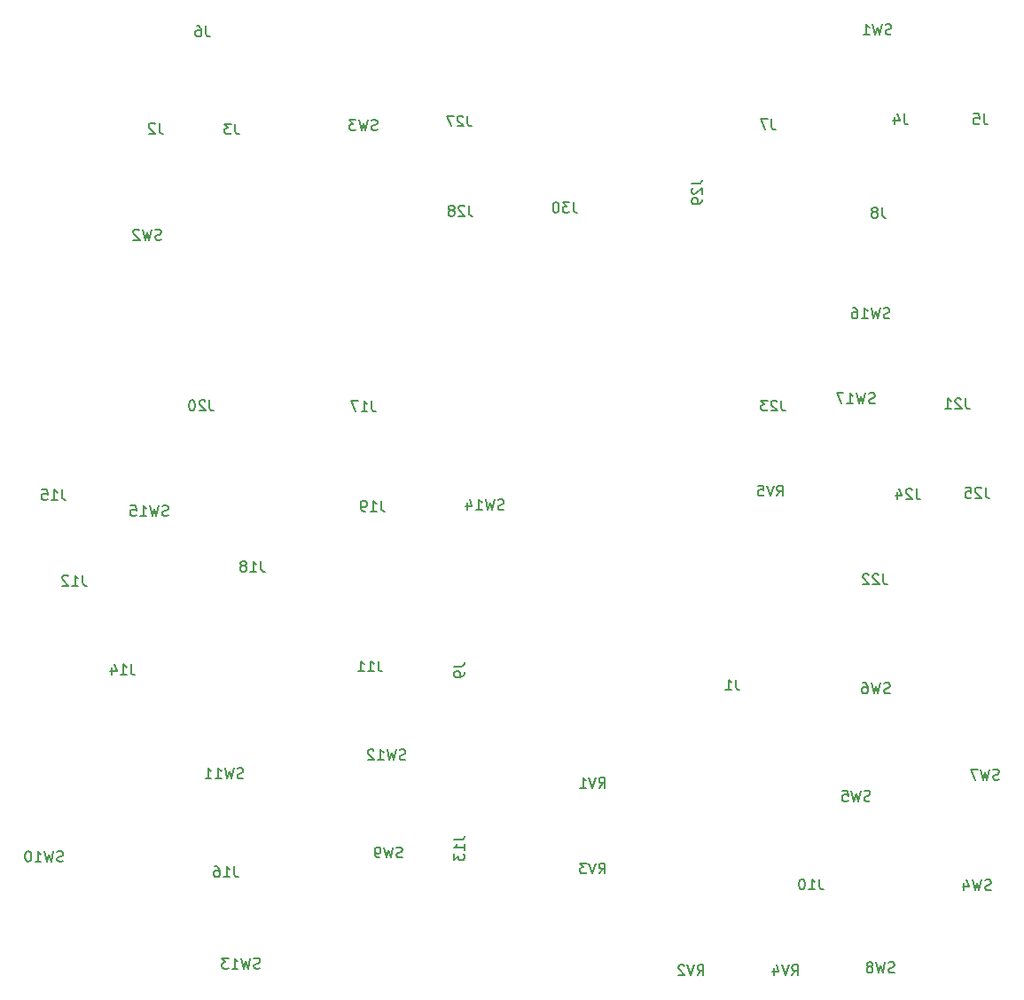
<source format=gbr>
G04 #@! TF.GenerationSoftware,KiCad,Pcbnew,(5.1.5-0-10_14)*
G04 #@! TF.CreationDate,2021-10-24T13:44:23+10:00*
G04 #@! TF.ProjectId,OH - Upper Mixed Small PCBs,4f48202d-2055-4707-9065-72204d697865,rev?*
G04 #@! TF.SameCoordinates,Original*
G04 #@! TF.FileFunction,Legend,Bot*
G04 #@! TF.FilePolarity,Positive*
%FSLAX46Y46*%
G04 Gerber Fmt 4.6, Leading zero omitted, Abs format (unit mm)*
G04 Created by KiCad (PCBNEW (5.1.5-0-10_14)) date 2021-10-24 13:44:23*
%MOMM*%
%LPD*%
G04 APERTURE LIST*
%ADD10C,0.150000*%
G04 APERTURE END LIST*
D10*
X154225523Y-68476880D02*
X154225523Y-69191166D01*
X154273142Y-69334023D01*
X154368380Y-69429261D01*
X154511238Y-69476880D01*
X154606476Y-69476880D01*
X153844571Y-68476880D02*
X153225523Y-68476880D01*
X153558857Y-68857833D01*
X153416000Y-68857833D01*
X153320761Y-68905452D01*
X153273142Y-68953071D01*
X153225523Y-69048309D01*
X153225523Y-69286404D01*
X153273142Y-69381642D01*
X153320761Y-69429261D01*
X153416000Y-69476880D01*
X153701714Y-69476880D01*
X153796952Y-69429261D01*
X153844571Y-69381642D01*
X152606476Y-68476880D02*
X152511238Y-68476880D01*
X152416000Y-68524500D01*
X152368380Y-68572119D01*
X152320761Y-68667357D01*
X152273142Y-68857833D01*
X152273142Y-69095928D01*
X152320761Y-69286404D01*
X152368380Y-69381642D01*
X152416000Y-69429261D01*
X152511238Y-69476880D01*
X152606476Y-69476880D01*
X152701714Y-69429261D01*
X152749333Y-69381642D01*
X152796952Y-69286404D01*
X152844571Y-69095928D01*
X152844571Y-68857833D01*
X152796952Y-68667357D01*
X152749333Y-68572119D01*
X152701714Y-68524500D01*
X152606476Y-68476880D01*
X165528380Y-66690976D02*
X166242666Y-66690976D01*
X166385523Y-66643357D01*
X166480761Y-66548119D01*
X166528380Y-66405261D01*
X166528380Y-66310023D01*
X165623619Y-67119547D02*
X165576000Y-67167166D01*
X165528380Y-67262404D01*
X165528380Y-67500500D01*
X165576000Y-67595738D01*
X165623619Y-67643357D01*
X165718857Y-67690976D01*
X165814095Y-67690976D01*
X165956952Y-67643357D01*
X166528380Y-67071928D01*
X166528380Y-67690976D01*
X166528380Y-68167166D02*
X166528380Y-68357642D01*
X166480761Y-68452880D01*
X166433142Y-68500500D01*
X166290285Y-68595738D01*
X166099809Y-68643357D01*
X165718857Y-68643357D01*
X165623619Y-68595738D01*
X165576000Y-68548119D01*
X165528380Y-68452880D01*
X165528380Y-68262404D01*
X165576000Y-68167166D01*
X165623619Y-68119547D01*
X165718857Y-68071928D01*
X165956952Y-68071928D01*
X166052190Y-68119547D01*
X166099809Y-68167166D01*
X166147428Y-68262404D01*
X166147428Y-68452880D01*
X166099809Y-68548119D01*
X166052190Y-68595738D01*
X165956952Y-68643357D01*
X144255523Y-68794380D02*
X144255523Y-69508666D01*
X144303142Y-69651523D01*
X144398380Y-69746761D01*
X144541238Y-69794380D01*
X144636476Y-69794380D01*
X143826952Y-68889619D02*
X143779333Y-68842000D01*
X143684095Y-68794380D01*
X143446000Y-68794380D01*
X143350761Y-68842000D01*
X143303142Y-68889619D01*
X143255523Y-68984857D01*
X143255523Y-69080095D01*
X143303142Y-69222952D01*
X143874571Y-69794380D01*
X143255523Y-69794380D01*
X142684095Y-69222952D02*
X142779333Y-69175333D01*
X142826952Y-69127714D01*
X142874571Y-69032476D01*
X142874571Y-68984857D01*
X142826952Y-68889619D01*
X142779333Y-68842000D01*
X142684095Y-68794380D01*
X142493619Y-68794380D01*
X142398380Y-68842000D01*
X142350761Y-68889619D01*
X142303142Y-68984857D01*
X142303142Y-69032476D01*
X142350761Y-69127714D01*
X142398380Y-69175333D01*
X142493619Y-69222952D01*
X142684095Y-69222952D01*
X142779333Y-69270571D01*
X142826952Y-69318190D01*
X142874571Y-69413428D01*
X142874571Y-69603904D01*
X142826952Y-69699142D01*
X142779333Y-69746761D01*
X142684095Y-69794380D01*
X142493619Y-69794380D01*
X142398380Y-69746761D01*
X142350761Y-69699142D01*
X142303142Y-69603904D01*
X142303142Y-69413428D01*
X142350761Y-69318190D01*
X142398380Y-69270571D01*
X142493619Y-69222952D01*
X144129523Y-60221880D02*
X144129523Y-60936166D01*
X144177142Y-61079023D01*
X144272380Y-61174261D01*
X144415238Y-61221880D01*
X144510476Y-61221880D01*
X143700952Y-60317119D02*
X143653333Y-60269500D01*
X143558095Y-60221880D01*
X143320000Y-60221880D01*
X143224761Y-60269500D01*
X143177142Y-60317119D01*
X143129523Y-60412357D01*
X143129523Y-60507595D01*
X143177142Y-60650452D01*
X143748571Y-61221880D01*
X143129523Y-61221880D01*
X142796190Y-60221880D02*
X142129523Y-60221880D01*
X142558095Y-61221880D01*
X193595523Y-95718380D02*
X193595523Y-96432666D01*
X193643142Y-96575523D01*
X193738380Y-96670761D01*
X193881238Y-96718380D01*
X193976476Y-96718380D01*
X193166952Y-95813619D02*
X193119333Y-95766000D01*
X193024095Y-95718380D01*
X192786000Y-95718380D01*
X192690761Y-95766000D01*
X192643142Y-95813619D01*
X192595523Y-95908857D01*
X192595523Y-96004095D01*
X192643142Y-96146952D01*
X193214571Y-96718380D01*
X192595523Y-96718380D01*
X191690761Y-95718380D02*
X192166952Y-95718380D01*
X192214571Y-96194571D01*
X192166952Y-96146952D01*
X192071714Y-96099333D01*
X191833619Y-96099333D01*
X191738380Y-96146952D01*
X191690761Y-96194571D01*
X191643142Y-96289809D01*
X191643142Y-96527904D01*
X191690761Y-96623142D01*
X191738380Y-96670761D01*
X191833619Y-96718380D01*
X192071714Y-96718380D01*
X192166952Y-96670761D01*
X192214571Y-96623142D01*
X186991523Y-95845380D02*
X186991523Y-96559666D01*
X187039142Y-96702523D01*
X187134380Y-96797761D01*
X187277238Y-96845380D01*
X187372476Y-96845380D01*
X186562952Y-95940619D02*
X186515333Y-95893000D01*
X186420095Y-95845380D01*
X186182000Y-95845380D01*
X186086761Y-95893000D01*
X186039142Y-95940619D01*
X185991523Y-96035857D01*
X185991523Y-96131095D01*
X186039142Y-96273952D01*
X186610571Y-96845380D01*
X185991523Y-96845380D01*
X185134380Y-96178714D02*
X185134380Y-96845380D01*
X185372476Y-95797761D02*
X185610571Y-96512047D01*
X184991523Y-96512047D01*
X193437333Y-60023880D02*
X193437333Y-60738166D01*
X193484952Y-60881023D01*
X193580190Y-60976261D01*
X193723047Y-61023880D01*
X193818285Y-61023880D01*
X192484952Y-60023880D02*
X192961142Y-60023880D01*
X193008761Y-60500071D01*
X192961142Y-60452452D01*
X192865904Y-60404833D01*
X192627809Y-60404833D01*
X192532571Y-60452452D01*
X192484952Y-60500071D01*
X192437333Y-60595309D01*
X192437333Y-60833404D01*
X192484952Y-60928642D01*
X192532571Y-60976261D01*
X192627809Y-61023880D01*
X192865904Y-61023880D01*
X192961142Y-60976261D01*
X193008761Y-60928642D01*
X185817333Y-60023880D02*
X185817333Y-60738166D01*
X185864952Y-60881023D01*
X185960190Y-60976261D01*
X186103047Y-61023880D01*
X186198285Y-61023880D01*
X184912571Y-60357214D02*
X184912571Y-61023880D01*
X185150666Y-59976261D02*
X185388761Y-60690547D01*
X184769714Y-60690547D01*
X115538023Y-98385261D02*
X115395166Y-98432880D01*
X115157071Y-98432880D01*
X115061833Y-98385261D01*
X115014214Y-98337642D01*
X114966595Y-98242404D01*
X114966595Y-98147166D01*
X115014214Y-98051928D01*
X115061833Y-98004309D01*
X115157071Y-97956690D01*
X115347547Y-97909071D01*
X115442785Y-97861452D01*
X115490404Y-97813833D01*
X115538023Y-97718595D01*
X115538023Y-97623357D01*
X115490404Y-97528119D01*
X115442785Y-97480500D01*
X115347547Y-97432880D01*
X115109452Y-97432880D01*
X114966595Y-97480500D01*
X114633261Y-97432880D02*
X114395166Y-98432880D01*
X114204690Y-97718595D01*
X114014214Y-98432880D01*
X113776119Y-97432880D01*
X112871357Y-98432880D02*
X113442785Y-98432880D01*
X113157071Y-98432880D02*
X113157071Y-97432880D01*
X113252309Y-97575738D01*
X113347547Y-97670976D01*
X113442785Y-97718595D01*
X111966595Y-97432880D02*
X112442785Y-97432880D01*
X112490404Y-97909071D01*
X112442785Y-97861452D01*
X112347547Y-97813833D01*
X112109452Y-97813833D01*
X112014214Y-97861452D01*
X111966595Y-97909071D01*
X111918976Y-98004309D01*
X111918976Y-98242404D01*
X111966595Y-98337642D01*
X112014214Y-98385261D01*
X112109452Y-98432880D01*
X112347547Y-98432880D01*
X112442785Y-98385261D01*
X112490404Y-98337642D01*
X147605523Y-97813761D02*
X147462666Y-97861380D01*
X147224571Y-97861380D01*
X147129333Y-97813761D01*
X147081714Y-97766142D01*
X147034095Y-97670904D01*
X147034095Y-97575666D01*
X147081714Y-97480428D01*
X147129333Y-97432809D01*
X147224571Y-97385190D01*
X147415047Y-97337571D01*
X147510285Y-97289952D01*
X147557904Y-97242333D01*
X147605523Y-97147095D01*
X147605523Y-97051857D01*
X147557904Y-96956619D01*
X147510285Y-96909000D01*
X147415047Y-96861380D01*
X147176952Y-96861380D01*
X147034095Y-96909000D01*
X146700761Y-96861380D02*
X146462666Y-97861380D01*
X146272190Y-97147095D01*
X146081714Y-97861380D01*
X145843619Y-96861380D01*
X144938857Y-97861380D02*
X145510285Y-97861380D01*
X145224571Y-97861380D02*
X145224571Y-96861380D01*
X145319809Y-97004238D01*
X145415047Y-97099476D01*
X145510285Y-97147095D01*
X144081714Y-97194714D02*
X144081714Y-97861380D01*
X144319809Y-96813761D02*
X144557904Y-97528047D01*
X143938857Y-97528047D01*
X119491523Y-87375880D02*
X119491523Y-88090166D01*
X119539142Y-88233023D01*
X119634380Y-88328261D01*
X119777238Y-88375880D01*
X119872476Y-88375880D01*
X119062952Y-87471119D02*
X119015333Y-87423500D01*
X118920095Y-87375880D01*
X118682000Y-87375880D01*
X118586761Y-87423500D01*
X118539142Y-87471119D01*
X118491523Y-87566357D01*
X118491523Y-87661595D01*
X118539142Y-87804452D01*
X119110571Y-88375880D01*
X118491523Y-88375880D01*
X117872476Y-87375880D02*
X117777238Y-87375880D01*
X117682000Y-87423500D01*
X117634380Y-87471119D01*
X117586761Y-87566357D01*
X117539142Y-87756833D01*
X117539142Y-87994928D01*
X117586761Y-88185404D01*
X117634380Y-88280642D01*
X117682000Y-88328261D01*
X117777238Y-88375880D01*
X117872476Y-88375880D01*
X117967714Y-88328261D01*
X118015333Y-88280642D01*
X118062952Y-88185404D01*
X118110571Y-87994928D01*
X118110571Y-87756833D01*
X118062952Y-87566357D01*
X118015333Y-87471119D01*
X117967714Y-87423500D01*
X117872476Y-87375880D01*
X135873523Y-96988380D02*
X135873523Y-97702666D01*
X135921142Y-97845523D01*
X136016380Y-97940761D01*
X136159238Y-97988380D01*
X136254476Y-97988380D01*
X134873523Y-97988380D02*
X135444952Y-97988380D01*
X135159238Y-97988380D02*
X135159238Y-96988380D01*
X135254476Y-97131238D01*
X135349714Y-97226476D01*
X135444952Y-97274095D01*
X134397333Y-97988380D02*
X134206857Y-97988380D01*
X134111619Y-97940761D01*
X134064000Y-97893142D01*
X133968761Y-97750285D01*
X133921142Y-97559809D01*
X133921142Y-97178857D01*
X133968761Y-97083619D01*
X134016380Y-97036000D01*
X134111619Y-96988380D01*
X134302095Y-96988380D01*
X134397333Y-97036000D01*
X134444952Y-97083619D01*
X134492571Y-97178857D01*
X134492571Y-97416952D01*
X134444952Y-97512190D01*
X134397333Y-97559809D01*
X134302095Y-97607428D01*
X134111619Y-97607428D01*
X134016380Y-97559809D01*
X133968761Y-97512190D01*
X133921142Y-97416952D01*
X124381023Y-102766880D02*
X124381023Y-103481166D01*
X124428642Y-103624023D01*
X124523880Y-103719261D01*
X124666738Y-103766880D01*
X124761976Y-103766880D01*
X123381023Y-103766880D02*
X123952452Y-103766880D01*
X123666738Y-103766880D02*
X123666738Y-102766880D01*
X123761976Y-102909738D01*
X123857214Y-103004976D01*
X123952452Y-103052595D01*
X122809595Y-103195452D02*
X122904833Y-103147833D01*
X122952452Y-103100214D01*
X123000071Y-103004976D01*
X123000071Y-102957357D01*
X122952452Y-102862119D01*
X122904833Y-102814500D01*
X122809595Y-102766880D01*
X122619119Y-102766880D01*
X122523880Y-102814500D01*
X122476261Y-102862119D01*
X122428642Y-102957357D01*
X122428642Y-103004976D01*
X122476261Y-103100214D01*
X122523880Y-103147833D01*
X122619119Y-103195452D01*
X122809595Y-103195452D01*
X122904833Y-103243071D01*
X122952452Y-103290690D01*
X123000071Y-103385928D01*
X123000071Y-103576404D01*
X122952452Y-103671642D01*
X122904833Y-103719261D01*
X122809595Y-103766880D01*
X122619119Y-103766880D01*
X122523880Y-103719261D01*
X122476261Y-103671642D01*
X122428642Y-103576404D01*
X122428642Y-103385928D01*
X122476261Y-103290690D01*
X122523880Y-103243071D01*
X122619119Y-103195452D01*
X134985523Y-87463380D02*
X134985523Y-88177666D01*
X135033142Y-88320523D01*
X135128380Y-88415761D01*
X135271238Y-88463380D01*
X135366476Y-88463380D01*
X133985523Y-88463380D02*
X134556952Y-88463380D01*
X134271238Y-88463380D02*
X134271238Y-87463380D01*
X134366476Y-87606238D01*
X134461714Y-87701476D01*
X134556952Y-87749095D01*
X133652190Y-87463380D02*
X132985523Y-87463380D01*
X133414095Y-88463380D01*
X105394023Y-95908880D02*
X105394023Y-96623166D01*
X105441642Y-96766023D01*
X105536880Y-96861261D01*
X105679738Y-96908880D01*
X105774976Y-96908880D01*
X104394023Y-96908880D02*
X104965452Y-96908880D01*
X104679738Y-96908880D02*
X104679738Y-95908880D01*
X104774976Y-96051738D01*
X104870214Y-96146976D01*
X104965452Y-96194595D01*
X103489261Y-95908880D02*
X103965452Y-95908880D01*
X104013071Y-96385071D01*
X103965452Y-96337452D01*
X103870214Y-96289833D01*
X103632119Y-96289833D01*
X103536880Y-96337452D01*
X103489261Y-96385071D01*
X103441642Y-96480309D01*
X103441642Y-96718404D01*
X103489261Y-96813642D01*
X103536880Y-96861261D01*
X103632119Y-96908880D01*
X103870214Y-96908880D01*
X103965452Y-96861261D01*
X104013071Y-96813642D01*
X183038523Y-87653761D02*
X182895666Y-87701380D01*
X182657571Y-87701380D01*
X182562333Y-87653761D01*
X182514714Y-87606142D01*
X182467095Y-87510904D01*
X182467095Y-87415666D01*
X182514714Y-87320428D01*
X182562333Y-87272809D01*
X182657571Y-87225190D01*
X182848047Y-87177571D01*
X182943285Y-87129952D01*
X182990904Y-87082333D01*
X183038523Y-86987095D01*
X183038523Y-86891857D01*
X182990904Y-86796619D01*
X182943285Y-86749000D01*
X182848047Y-86701380D01*
X182609952Y-86701380D01*
X182467095Y-86749000D01*
X182133761Y-86701380D02*
X181895666Y-87701380D01*
X181705190Y-86987095D01*
X181514714Y-87701380D01*
X181276619Y-86701380D01*
X180371857Y-87701380D02*
X180943285Y-87701380D01*
X180657571Y-87701380D02*
X180657571Y-86701380D01*
X180752809Y-86844238D01*
X180848047Y-86939476D01*
X180943285Y-86987095D01*
X180038523Y-86701380D02*
X179371857Y-86701380D01*
X179800428Y-87701380D01*
X184435523Y-79525761D02*
X184292666Y-79573380D01*
X184054571Y-79573380D01*
X183959333Y-79525761D01*
X183911714Y-79478142D01*
X183864095Y-79382904D01*
X183864095Y-79287666D01*
X183911714Y-79192428D01*
X183959333Y-79144809D01*
X184054571Y-79097190D01*
X184245047Y-79049571D01*
X184340285Y-79001952D01*
X184387904Y-78954333D01*
X184435523Y-78859095D01*
X184435523Y-78763857D01*
X184387904Y-78668619D01*
X184340285Y-78621000D01*
X184245047Y-78573380D01*
X184006952Y-78573380D01*
X183864095Y-78621000D01*
X183530761Y-78573380D02*
X183292666Y-79573380D01*
X183102190Y-78859095D01*
X182911714Y-79573380D01*
X182673619Y-78573380D01*
X181768857Y-79573380D02*
X182340285Y-79573380D01*
X182054571Y-79573380D02*
X182054571Y-78573380D01*
X182149809Y-78716238D01*
X182245047Y-78811476D01*
X182340285Y-78859095D01*
X180911714Y-78573380D02*
X181102190Y-78573380D01*
X181197428Y-78621000D01*
X181245047Y-78668619D01*
X181340285Y-78811476D01*
X181387904Y-79001952D01*
X181387904Y-79382904D01*
X181340285Y-79478142D01*
X181292666Y-79525761D01*
X181197428Y-79573380D01*
X181006952Y-79573380D01*
X180911714Y-79525761D01*
X180864095Y-79478142D01*
X180816476Y-79382904D01*
X180816476Y-79144809D01*
X180864095Y-79049571D01*
X180911714Y-79001952D01*
X181006952Y-78954333D01*
X181197428Y-78954333D01*
X181292666Y-79001952D01*
X181340285Y-79049571D01*
X181387904Y-79144809D01*
X124301523Y-141628761D02*
X124158666Y-141676380D01*
X123920571Y-141676380D01*
X123825333Y-141628761D01*
X123777714Y-141581142D01*
X123730095Y-141485904D01*
X123730095Y-141390666D01*
X123777714Y-141295428D01*
X123825333Y-141247809D01*
X123920571Y-141200190D01*
X124111047Y-141152571D01*
X124206285Y-141104952D01*
X124253904Y-141057333D01*
X124301523Y-140962095D01*
X124301523Y-140866857D01*
X124253904Y-140771619D01*
X124206285Y-140724000D01*
X124111047Y-140676380D01*
X123872952Y-140676380D01*
X123730095Y-140724000D01*
X123396761Y-140676380D02*
X123158666Y-141676380D01*
X122968190Y-140962095D01*
X122777714Y-141676380D01*
X122539619Y-140676380D01*
X121634857Y-141676380D02*
X122206285Y-141676380D01*
X121920571Y-141676380D02*
X121920571Y-140676380D01*
X122015809Y-140819238D01*
X122111047Y-140914476D01*
X122206285Y-140962095D01*
X121301523Y-140676380D02*
X120682476Y-140676380D01*
X121015809Y-141057333D01*
X120872952Y-141057333D01*
X120777714Y-141104952D01*
X120730095Y-141152571D01*
X120682476Y-141247809D01*
X120682476Y-141485904D01*
X120730095Y-141581142D01*
X120777714Y-141628761D01*
X120872952Y-141676380D01*
X121158666Y-141676380D01*
X121253904Y-141628761D01*
X121301523Y-141581142D01*
X138207523Y-121689761D02*
X138064666Y-121737380D01*
X137826571Y-121737380D01*
X137731333Y-121689761D01*
X137683714Y-121642142D01*
X137636095Y-121546904D01*
X137636095Y-121451666D01*
X137683714Y-121356428D01*
X137731333Y-121308809D01*
X137826571Y-121261190D01*
X138017047Y-121213571D01*
X138112285Y-121165952D01*
X138159904Y-121118333D01*
X138207523Y-121023095D01*
X138207523Y-120927857D01*
X138159904Y-120832619D01*
X138112285Y-120785000D01*
X138017047Y-120737380D01*
X137778952Y-120737380D01*
X137636095Y-120785000D01*
X137302761Y-120737380D02*
X137064666Y-121737380D01*
X136874190Y-121023095D01*
X136683714Y-121737380D01*
X136445619Y-120737380D01*
X135540857Y-121737380D02*
X136112285Y-121737380D01*
X135826571Y-121737380D02*
X135826571Y-120737380D01*
X135921809Y-120880238D01*
X136017047Y-120975476D01*
X136112285Y-121023095D01*
X135159904Y-120832619D02*
X135112285Y-120785000D01*
X135017047Y-120737380D01*
X134778952Y-120737380D01*
X134683714Y-120785000D01*
X134636095Y-120832619D01*
X134588476Y-120927857D01*
X134588476Y-121023095D01*
X134636095Y-121165952D01*
X135207523Y-121737380D01*
X134588476Y-121737380D01*
X122713523Y-123467761D02*
X122570666Y-123515380D01*
X122332571Y-123515380D01*
X122237333Y-123467761D01*
X122189714Y-123420142D01*
X122142095Y-123324904D01*
X122142095Y-123229666D01*
X122189714Y-123134428D01*
X122237333Y-123086809D01*
X122332571Y-123039190D01*
X122523047Y-122991571D01*
X122618285Y-122943952D01*
X122665904Y-122896333D01*
X122713523Y-122801095D01*
X122713523Y-122705857D01*
X122665904Y-122610619D01*
X122618285Y-122563000D01*
X122523047Y-122515380D01*
X122284952Y-122515380D01*
X122142095Y-122563000D01*
X121808761Y-122515380D02*
X121570666Y-123515380D01*
X121380190Y-122801095D01*
X121189714Y-123515380D01*
X120951619Y-122515380D01*
X120046857Y-123515380D02*
X120618285Y-123515380D01*
X120332571Y-123515380D02*
X120332571Y-122515380D01*
X120427809Y-122658238D01*
X120523047Y-122753476D01*
X120618285Y-122801095D01*
X119094476Y-123515380D02*
X119665904Y-123515380D01*
X119380190Y-123515380D02*
X119380190Y-122515380D01*
X119475428Y-122658238D01*
X119570666Y-122753476D01*
X119665904Y-122801095D01*
X105505523Y-131405761D02*
X105362666Y-131453380D01*
X105124571Y-131453380D01*
X105029333Y-131405761D01*
X104981714Y-131358142D01*
X104934095Y-131262904D01*
X104934095Y-131167666D01*
X104981714Y-131072428D01*
X105029333Y-131024809D01*
X105124571Y-130977190D01*
X105315047Y-130929571D01*
X105410285Y-130881952D01*
X105457904Y-130834333D01*
X105505523Y-130739095D01*
X105505523Y-130643857D01*
X105457904Y-130548619D01*
X105410285Y-130501000D01*
X105315047Y-130453380D01*
X105076952Y-130453380D01*
X104934095Y-130501000D01*
X104600761Y-130453380D02*
X104362666Y-131453380D01*
X104172190Y-130739095D01*
X103981714Y-131453380D01*
X103743619Y-130453380D01*
X102838857Y-131453380D02*
X103410285Y-131453380D01*
X103124571Y-131453380D02*
X103124571Y-130453380D01*
X103219809Y-130596238D01*
X103315047Y-130691476D01*
X103410285Y-130739095D01*
X102219809Y-130453380D02*
X102124571Y-130453380D01*
X102029333Y-130501000D01*
X101981714Y-130548619D01*
X101934095Y-130643857D01*
X101886476Y-130834333D01*
X101886476Y-131072428D01*
X101934095Y-131262904D01*
X101981714Y-131358142D01*
X102029333Y-131405761D01*
X102124571Y-131453380D01*
X102219809Y-131453380D01*
X102315047Y-131405761D01*
X102362666Y-131358142D01*
X102410285Y-131262904D01*
X102457904Y-131072428D01*
X102457904Y-130834333D01*
X102410285Y-130643857D01*
X102362666Y-130548619D01*
X102315047Y-130501000D01*
X102219809Y-130453380D01*
X137921333Y-131024761D02*
X137778476Y-131072380D01*
X137540380Y-131072380D01*
X137445142Y-131024761D01*
X137397523Y-130977142D01*
X137349904Y-130881904D01*
X137349904Y-130786666D01*
X137397523Y-130691428D01*
X137445142Y-130643809D01*
X137540380Y-130596190D01*
X137730857Y-130548571D01*
X137826095Y-130500952D01*
X137873714Y-130453333D01*
X137921333Y-130358095D01*
X137921333Y-130262857D01*
X137873714Y-130167619D01*
X137826095Y-130120000D01*
X137730857Y-130072380D01*
X137492761Y-130072380D01*
X137349904Y-130120000D01*
X137016571Y-130072380D02*
X136778476Y-131072380D01*
X136588000Y-130358095D01*
X136397523Y-131072380D01*
X136159428Y-130072380D01*
X135730857Y-131072380D02*
X135540380Y-131072380D01*
X135445142Y-131024761D01*
X135397523Y-130977142D01*
X135302285Y-130834285D01*
X135254666Y-130643809D01*
X135254666Y-130262857D01*
X135302285Y-130167619D01*
X135349904Y-130120000D01*
X135445142Y-130072380D01*
X135635619Y-130072380D01*
X135730857Y-130120000D01*
X135778476Y-130167619D01*
X135826095Y-130262857D01*
X135826095Y-130500952D01*
X135778476Y-130596190D01*
X135730857Y-130643809D01*
X135635619Y-130691428D01*
X135445142Y-130691428D01*
X135349904Y-130643809D01*
X135302285Y-130596190D01*
X135254666Y-130500952D01*
X184911333Y-142009761D02*
X184768476Y-142057380D01*
X184530380Y-142057380D01*
X184435142Y-142009761D01*
X184387523Y-141962142D01*
X184339904Y-141866904D01*
X184339904Y-141771666D01*
X184387523Y-141676428D01*
X184435142Y-141628809D01*
X184530380Y-141581190D01*
X184720857Y-141533571D01*
X184816095Y-141485952D01*
X184863714Y-141438333D01*
X184911333Y-141343095D01*
X184911333Y-141247857D01*
X184863714Y-141152619D01*
X184816095Y-141105000D01*
X184720857Y-141057380D01*
X184482761Y-141057380D01*
X184339904Y-141105000D01*
X184006571Y-141057380D02*
X183768476Y-142057380D01*
X183578000Y-141343095D01*
X183387523Y-142057380D01*
X183149428Y-141057380D01*
X182625619Y-141485952D02*
X182720857Y-141438333D01*
X182768476Y-141390714D01*
X182816095Y-141295476D01*
X182816095Y-141247857D01*
X182768476Y-141152619D01*
X182720857Y-141105000D01*
X182625619Y-141057380D01*
X182435142Y-141057380D01*
X182339904Y-141105000D01*
X182292285Y-141152619D01*
X182244666Y-141247857D01*
X182244666Y-141295476D01*
X182292285Y-141390714D01*
X182339904Y-141438333D01*
X182435142Y-141485952D01*
X182625619Y-141485952D01*
X182720857Y-141533571D01*
X182768476Y-141581190D01*
X182816095Y-141676428D01*
X182816095Y-141866904D01*
X182768476Y-141962142D01*
X182720857Y-142009761D01*
X182625619Y-142057380D01*
X182435142Y-142057380D01*
X182339904Y-142009761D01*
X182292285Y-141962142D01*
X182244666Y-141866904D01*
X182244666Y-141676428D01*
X182292285Y-141581190D01*
X182339904Y-141533571D01*
X182435142Y-141485952D01*
X194881333Y-123594761D02*
X194738476Y-123642380D01*
X194500380Y-123642380D01*
X194405142Y-123594761D01*
X194357523Y-123547142D01*
X194309904Y-123451904D01*
X194309904Y-123356666D01*
X194357523Y-123261428D01*
X194405142Y-123213809D01*
X194500380Y-123166190D01*
X194690857Y-123118571D01*
X194786095Y-123070952D01*
X194833714Y-123023333D01*
X194881333Y-122928095D01*
X194881333Y-122832857D01*
X194833714Y-122737619D01*
X194786095Y-122690000D01*
X194690857Y-122642380D01*
X194452761Y-122642380D01*
X194309904Y-122690000D01*
X193976571Y-122642380D02*
X193738476Y-123642380D01*
X193548000Y-122928095D01*
X193357523Y-123642380D01*
X193119428Y-122642380D01*
X192833714Y-122642380D02*
X192167047Y-122642380D01*
X192595619Y-123642380D01*
X184467333Y-115339761D02*
X184324476Y-115387380D01*
X184086380Y-115387380D01*
X183991142Y-115339761D01*
X183943523Y-115292142D01*
X183895904Y-115196904D01*
X183895904Y-115101666D01*
X183943523Y-115006428D01*
X183991142Y-114958809D01*
X184086380Y-114911190D01*
X184276857Y-114863571D01*
X184372095Y-114815952D01*
X184419714Y-114768333D01*
X184467333Y-114673095D01*
X184467333Y-114577857D01*
X184419714Y-114482619D01*
X184372095Y-114435000D01*
X184276857Y-114387380D01*
X184038761Y-114387380D01*
X183895904Y-114435000D01*
X183562571Y-114387380D02*
X183324476Y-115387380D01*
X183134000Y-114673095D01*
X182943523Y-115387380D01*
X182705428Y-114387380D01*
X181895904Y-114387380D02*
X182086380Y-114387380D01*
X182181619Y-114435000D01*
X182229238Y-114482619D01*
X182324476Y-114625476D01*
X182372095Y-114815952D01*
X182372095Y-115196904D01*
X182324476Y-115292142D01*
X182276857Y-115339761D01*
X182181619Y-115387380D01*
X181991142Y-115387380D01*
X181895904Y-115339761D01*
X181848285Y-115292142D01*
X181800666Y-115196904D01*
X181800666Y-114958809D01*
X181848285Y-114863571D01*
X181895904Y-114815952D01*
X181991142Y-114768333D01*
X182181619Y-114768333D01*
X182276857Y-114815952D01*
X182324476Y-114863571D01*
X182372095Y-114958809D01*
X182562333Y-125626761D02*
X182419476Y-125674380D01*
X182181380Y-125674380D01*
X182086142Y-125626761D01*
X182038523Y-125579142D01*
X181990904Y-125483904D01*
X181990904Y-125388666D01*
X182038523Y-125293428D01*
X182086142Y-125245809D01*
X182181380Y-125198190D01*
X182371857Y-125150571D01*
X182467095Y-125102952D01*
X182514714Y-125055333D01*
X182562333Y-124960095D01*
X182562333Y-124864857D01*
X182514714Y-124769619D01*
X182467095Y-124722000D01*
X182371857Y-124674380D01*
X182133761Y-124674380D01*
X181990904Y-124722000D01*
X181657571Y-124674380D02*
X181419476Y-125674380D01*
X181229000Y-124960095D01*
X181038523Y-125674380D01*
X180800428Y-124674380D01*
X179943285Y-124674380D02*
X180419476Y-124674380D01*
X180467095Y-125150571D01*
X180419476Y-125102952D01*
X180324238Y-125055333D01*
X180086142Y-125055333D01*
X179990904Y-125102952D01*
X179943285Y-125150571D01*
X179895666Y-125245809D01*
X179895666Y-125483904D01*
X179943285Y-125579142D01*
X179990904Y-125626761D01*
X180086142Y-125674380D01*
X180324238Y-125674380D01*
X180419476Y-125626761D01*
X180467095Y-125579142D01*
X194119333Y-134135761D02*
X193976476Y-134183380D01*
X193738380Y-134183380D01*
X193643142Y-134135761D01*
X193595523Y-134088142D01*
X193547904Y-133992904D01*
X193547904Y-133897666D01*
X193595523Y-133802428D01*
X193643142Y-133754809D01*
X193738380Y-133707190D01*
X193928857Y-133659571D01*
X194024095Y-133611952D01*
X194071714Y-133564333D01*
X194119333Y-133469095D01*
X194119333Y-133373857D01*
X194071714Y-133278619D01*
X194024095Y-133231000D01*
X193928857Y-133183380D01*
X193690761Y-133183380D01*
X193547904Y-133231000D01*
X193214571Y-133183380D02*
X192976476Y-134183380D01*
X192786000Y-133469095D01*
X192595523Y-134183380D01*
X192357428Y-133183380D01*
X191547904Y-133516714D02*
X191547904Y-134183380D01*
X191786000Y-133135761D02*
X192024095Y-133850047D01*
X191405047Y-133850047D01*
X135508333Y-61555261D02*
X135365476Y-61602880D01*
X135127380Y-61602880D01*
X135032142Y-61555261D01*
X134984523Y-61507642D01*
X134936904Y-61412404D01*
X134936904Y-61317166D01*
X134984523Y-61221928D01*
X135032142Y-61174309D01*
X135127380Y-61126690D01*
X135317857Y-61079071D01*
X135413095Y-61031452D01*
X135460714Y-60983833D01*
X135508333Y-60888595D01*
X135508333Y-60793357D01*
X135460714Y-60698119D01*
X135413095Y-60650500D01*
X135317857Y-60602880D01*
X135079761Y-60602880D01*
X134936904Y-60650500D01*
X134603571Y-60602880D02*
X134365476Y-61602880D01*
X134175000Y-60888595D01*
X133984523Y-61602880D01*
X133746428Y-60602880D01*
X133460714Y-60602880D02*
X132841666Y-60602880D01*
X133175000Y-60983833D01*
X133032142Y-60983833D01*
X132936904Y-61031452D01*
X132889285Y-61079071D01*
X132841666Y-61174309D01*
X132841666Y-61412404D01*
X132889285Y-61507642D01*
X132936904Y-61555261D01*
X133032142Y-61602880D01*
X133317857Y-61602880D01*
X133413095Y-61555261D01*
X133460714Y-61507642D01*
X114871333Y-72032761D02*
X114728476Y-72080380D01*
X114490380Y-72080380D01*
X114395142Y-72032761D01*
X114347523Y-71985142D01*
X114299904Y-71889904D01*
X114299904Y-71794666D01*
X114347523Y-71699428D01*
X114395142Y-71651809D01*
X114490380Y-71604190D01*
X114680857Y-71556571D01*
X114776095Y-71508952D01*
X114823714Y-71461333D01*
X114871333Y-71366095D01*
X114871333Y-71270857D01*
X114823714Y-71175619D01*
X114776095Y-71128000D01*
X114680857Y-71080380D01*
X114442761Y-71080380D01*
X114299904Y-71128000D01*
X113966571Y-71080380D02*
X113728476Y-72080380D01*
X113538000Y-71366095D01*
X113347523Y-72080380D01*
X113109428Y-71080380D01*
X112776095Y-71175619D02*
X112728476Y-71128000D01*
X112633238Y-71080380D01*
X112395142Y-71080380D01*
X112299904Y-71128000D01*
X112252285Y-71175619D01*
X112204666Y-71270857D01*
X112204666Y-71366095D01*
X112252285Y-71508952D01*
X112823714Y-72080380D01*
X112204666Y-72080380D01*
X184594333Y-52411261D02*
X184451476Y-52458880D01*
X184213380Y-52458880D01*
X184118142Y-52411261D01*
X184070523Y-52363642D01*
X184022904Y-52268404D01*
X184022904Y-52173166D01*
X184070523Y-52077928D01*
X184118142Y-52030309D01*
X184213380Y-51982690D01*
X184403857Y-51935071D01*
X184499095Y-51887452D01*
X184546714Y-51839833D01*
X184594333Y-51744595D01*
X184594333Y-51649357D01*
X184546714Y-51554119D01*
X184499095Y-51506500D01*
X184403857Y-51458880D01*
X184165761Y-51458880D01*
X184022904Y-51506500D01*
X183689571Y-51458880D02*
X183451476Y-52458880D01*
X183261000Y-51744595D01*
X183070523Y-52458880D01*
X182832428Y-51458880D01*
X181927666Y-52458880D02*
X182499095Y-52458880D01*
X182213380Y-52458880D02*
X182213380Y-51458880D01*
X182308619Y-51601738D01*
X182403857Y-51696976D01*
X182499095Y-51744595D01*
X173647238Y-96527880D02*
X173980571Y-96051690D01*
X174218666Y-96527880D02*
X174218666Y-95527880D01*
X173837714Y-95527880D01*
X173742476Y-95575500D01*
X173694857Y-95623119D01*
X173647238Y-95718357D01*
X173647238Y-95861214D01*
X173694857Y-95956452D01*
X173742476Y-96004071D01*
X173837714Y-96051690D01*
X174218666Y-96051690D01*
X173361523Y-95527880D02*
X173028190Y-96527880D01*
X172694857Y-95527880D01*
X171885333Y-95527880D02*
X172361523Y-95527880D01*
X172409142Y-96004071D01*
X172361523Y-95956452D01*
X172266285Y-95908833D01*
X172028190Y-95908833D01*
X171932952Y-95956452D01*
X171885333Y-96004071D01*
X171837714Y-96099309D01*
X171837714Y-96337404D01*
X171885333Y-96432642D01*
X171932952Y-96480261D01*
X172028190Y-96527880D01*
X172266285Y-96527880D01*
X172361523Y-96480261D01*
X172409142Y-96432642D01*
X175093238Y-142311380D02*
X175426571Y-141835190D01*
X175664666Y-142311380D02*
X175664666Y-141311380D01*
X175283714Y-141311380D01*
X175188476Y-141359000D01*
X175140857Y-141406619D01*
X175093238Y-141501857D01*
X175093238Y-141644714D01*
X175140857Y-141739952D01*
X175188476Y-141787571D01*
X175283714Y-141835190D01*
X175664666Y-141835190D01*
X174807523Y-141311380D02*
X174474190Y-142311380D01*
X174140857Y-141311380D01*
X173378952Y-141644714D02*
X173378952Y-142311380D01*
X173617047Y-141263761D02*
X173855142Y-141978047D01*
X173236095Y-141978047D01*
X156692238Y-132596380D02*
X157025571Y-132120190D01*
X157263666Y-132596380D02*
X157263666Y-131596380D01*
X156882714Y-131596380D01*
X156787476Y-131644000D01*
X156739857Y-131691619D01*
X156692238Y-131786857D01*
X156692238Y-131929714D01*
X156739857Y-132024952D01*
X156787476Y-132072571D01*
X156882714Y-132120190D01*
X157263666Y-132120190D01*
X156406523Y-131596380D02*
X156073190Y-132596380D01*
X155739857Y-131596380D01*
X155501761Y-131596380D02*
X154882714Y-131596380D01*
X155216047Y-131977333D01*
X155073190Y-131977333D01*
X154977952Y-132024952D01*
X154930333Y-132072571D01*
X154882714Y-132167809D01*
X154882714Y-132405904D01*
X154930333Y-132501142D01*
X154977952Y-132548761D01*
X155073190Y-132596380D01*
X155358904Y-132596380D01*
X155454142Y-132548761D01*
X155501761Y-132501142D01*
X166076238Y-142311380D02*
X166409571Y-141835190D01*
X166647666Y-142311380D02*
X166647666Y-141311380D01*
X166266714Y-141311380D01*
X166171476Y-141359000D01*
X166123857Y-141406619D01*
X166076238Y-141501857D01*
X166076238Y-141644714D01*
X166123857Y-141739952D01*
X166171476Y-141787571D01*
X166266714Y-141835190D01*
X166647666Y-141835190D01*
X165790523Y-141311380D02*
X165457190Y-142311380D01*
X165123857Y-141311380D01*
X164838142Y-141406619D02*
X164790523Y-141359000D01*
X164695285Y-141311380D01*
X164457190Y-141311380D01*
X164361952Y-141359000D01*
X164314333Y-141406619D01*
X164266714Y-141501857D01*
X164266714Y-141597095D01*
X164314333Y-141739952D01*
X164885761Y-142311380D01*
X164266714Y-142311380D01*
X156692238Y-124404380D02*
X157025571Y-123928190D01*
X157263666Y-124404380D02*
X157263666Y-123404380D01*
X156882714Y-123404380D01*
X156787476Y-123452000D01*
X156739857Y-123499619D01*
X156692238Y-123594857D01*
X156692238Y-123737714D01*
X156739857Y-123832952D01*
X156787476Y-123880571D01*
X156882714Y-123928190D01*
X157263666Y-123928190D01*
X156406523Y-123404380D02*
X156073190Y-124404380D01*
X155739857Y-123404380D01*
X154882714Y-124404380D02*
X155454142Y-124404380D01*
X155168428Y-124404380D02*
X155168428Y-123404380D01*
X155263666Y-123547238D01*
X155358904Y-123642476D01*
X155454142Y-123690095D01*
X174115523Y-87399880D02*
X174115523Y-88114166D01*
X174163142Y-88257023D01*
X174258380Y-88352261D01*
X174401238Y-88399880D01*
X174496476Y-88399880D01*
X173686952Y-87495119D02*
X173639333Y-87447500D01*
X173544095Y-87399880D01*
X173306000Y-87399880D01*
X173210761Y-87447500D01*
X173163142Y-87495119D01*
X173115523Y-87590357D01*
X173115523Y-87685595D01*
X173163142Y-87828452D01*
X173734571Y-88399880D01*
X173115523Y-88399880D01*
X172782190Y-87399880D02*
X172163142Y-87399880D01*
X172496476Y-87780833D01*
X172353619Y-87780833D01*
X172258380Y-87828452D01*
X172210761Y-87876071D01*
X172163142Y-87971309D01*
X172163142Y-88209404D01*
X172210761Y-88304642D01*
X172258380Y-88352261D01*
X172353619Y-88399880D01*
X172639333Y-88399880D01*
X172734571Y-88352261D01*
X172782190Y-88304642D01*
X183816523Y-103973380D02*
X183816523Y-104687666D01*
X183864142Y-104830523D01*
X183959380Y-104925761D01*
X184102238Y-104973380D01*
X184197476Y-104973380D01*
X183387952Y-104068619D02*
X183340333Y-104021000D01*
X183245095Y-103973380D01*
X183007000Y-103973380D01*
X182911761Y-104021000D01*
X182864142Y-104068619D01*
X182816523Y-104163857D01*
X182816523Y-104259095D01*
X182864142Y-104401952D01*
X183435571Y-104973380D01*
X182816523Y-104973380D01*
X182435571Y-104068619D02*
X182387952Y-104021000D01*
X182292714Y-103973380D01*
X182054619Y-103973380D01*
X181959380Y-104021000D01*
X181911761Y-104068619D01*
X181864142Y-104163857D01*
X181864142Y-104259095D01*
X181911761Y-104401952D01*
X182483190Y-104973380D01*
X181864142Y-104973380D01*
X191690523Y-87209380D02*
X191690523Y-87923666D01*
X191738142Y-88066523D01*
X191833380Y-88161761D01*
X191976238Y-88209380D01*
X192071476Y-88209380D01*
X191261952Y-87304619D02*
X191214333Y-87257000D01*
X191119095Y-87209380D01*
X190881000Y-87209380D01*
X190785761Y-87257000D01*
X190738142Y-87304619D01*
X190690523Y-87399857D01*
X190690523Y-87495095D01*
X190738142Y-87637952D01*
X191309571Y-88209380D01*
X190690523Y-88209380D01*
X189738142Y-88209380D02*
X190309571Y-88209380D01*
X190023857Y-88209380D02*
X190023857Y-87209380D01*
X190119095Y-87352238D01*
X190214333Y-87447476D01*
X190309571Y-87495095D01*
X121840523Y-131913380D02*
X121840523Y-132627666D01*
X121888142Y-132770523D01*
X121983380Y-132865761D01*
X122126238Y-132913380D01*
X122221476Y-132913380D01*
X120840523Y-132913380D02*
X121411952Y-132913380D01*
X121126238Y-132913380D02*
X121126238Y-131913380D01*
X121221476Y-132056238D01*
X121316714Y-132151476D01*
X121411952Y-132199095D01*
X119983380Y-131913380D02*
X120173857Y-131913380D01*
X120269095Y-131961000D01*
X120316714Y-132008619D01*
X120411952Y-132151476D01*
X120459571Y-132341952D01*
X120459571Y-132722904D01*
X120411952Y-132818142D01*
X120364333Y-132865761D01*
X120269095Y-132913380D01*
X120078619Y-132913380D01*
X119983380Y-132865761D01*
X119935761Y-132818142D01*
X119888142Y-132722904D01*
X119888142Y-132484809D01*
X119935761Y-132389571D01*
X119983380Y-132341952D01*
X120078619Y-132294333D01*
X120269095Y-132294333D01*
X120364333Y-132341952D01*
X120411952Y-132389571D01*
X120459571Y-132484809D01*
X111997523Y-112609380D02*
X111997523Y-113323666D01*
X112045142Y-113466523D01*
X112140380Y-113561761D01*
X112283238Y-113609380D01*
X112378476Y-113609380D01*
X110997523Y-113609380D02*
X111568952Y-113609380D01*
X111283238Y-113609380D02*
X111283238Y-112609380D01*
X111378476Y-112752238D01*
X111473714Y-112847476D01*
X111568952Y-112895095D01*
X110140380Y-112942714D02*
X110140380Y-113609380D01*
X110378476Y-112561761D02*
X110616571Y-113276047D01*
X109997523Y-113276047D01*
X142835380Y-129365476D02*
X143549666Y-129365476D01*
X143692523Y-129317857D01*
X143787761Y-129222619D01*
X143835380Y-129079761D01*
X143835380Y-128984523D01*
X143835380Y-130365476D02*
X143835380Y-129794047D01*
X143835380Y-130079761D02*
X142835380Y-130079761D01*
X142978238Y-129984523D01*
X143073476Y-129889285D01*
X143121095Y-129794047D01*
X142835380Y-130698809D02*
X142835380Y-131317857D01*
X143216333Y-130984523D01*
X143216333Y-131127380D01*
X143263952Y-131222619D01*
X143311571Y-131270238D01*
X143406809Y-131317857D01*
X143644904Y-131317857D01*
X143740142Y-131270238D01*
X143787761Y-131222619D01*
X143835380Y-131127380D01*
X143835380Y-130841666D01*
X143787761Y-130746428D01*
X143740142Y-130698809D01*
X107362523Y-104100380D02*
X107362523Y-104814666D01*
X107410142Y-104957523D01*
X107505380Y-105052761D01*
X107648238Y-105100380D01*
X107743476Y-105100380D01*
X106362523Y-105100380D02*
X106933952Y-105100380D01*
X106648238Y-105100380D02*
X106648238Y-104100380D01*
X106743476Y-104243238D01*
X106838714Y-104338476D01*
X106933952Y-104386095D01*
X105981571Y-104195619D02*
X105933952Y-104148000D01*
X105838714Y-104100380D01*
X105600619Y-104100380D01*
X105505380Y-104148000D01*
X105457761Y-104195619D01*
X105410142Y-104290857D01*
X105410142Y-104386095D01*
X105457761Y-104528952D01*
X106029190Y-105100380D01*
X105410142Y-105100380D01*
X135619523Y-112291380D02*
X135619523Y-113005666D01*
X135667142Y-113148523D01*
X135762380Y-113243761D01*
X135905238Y-113291380D01*
X136000476Y-113291380D01*
X134619523Y-113291380D02*
X135190952Y-113291380D01*
X134905238Y-113291380D02*
X134905238Y-112291380D01*
X135000476Y-112434238D01*
X135095714Y-112529476D01*
X135190952Y-112577095D01*
X133667142Y-113291380D02*
X134238571Y-113291380D01*
X133952857Y-113291380D02*
X133952857Y-112291380D01*
X134048095Y-112434238D01*
X134143333Y-112529476D01*
X134238571Y-112577095D01*
X177720523Y-133120380D02*
X177720523Y-133834666D01*
X177768142Y-133977523D01*
X177863380Y-134072761D01*
X178006238Y-134120380D01*
X178101476Y-134120380D01*
X176720523Y-134120380D02*
X177291952Y-134120380D01*
X177006238Y-134120380D02*
X177006238Y-133120380D01*
X177101476Y-133263238D01*
X177196714Y-133358476D01*
X177291952Y-133406095D01*
X176101476Y-133120380D02*
X176006238Y-133120380D01*
X175911000Y-133168000D01*
X175863380Y-133215619D01*
X175815761Y-133310857D01*
X175768142Y-133501333D01*
X175768142Y-133739428D01*
X175815761Y-133929904D01*
X175863380Y-134025142D01*
X175911000Y-134072761D01*
X176006238Y-134120380D01*
X176101476Y-134120380D01*
X176196714Y-134072761D01*
X176244333Y-134025142D01*
X176291952Y-133929904D01*
X176339571Y-133739428D01*
X176339571Y-133501333D01*
X176291952Y-133310857D01*
X176244333Y-133215619D01*
X176196714Y-133168000D01*
X176101476Y-133120380D01*
X142835380Y-112823666D02*
X143549666Y-112823666D01*
X143692523Y-112776047D01*
X143787761Y-112680809D01*
X143835380Y-112537952D01*
X143835380Y-112442714D01*
X143835380Y-113347476D02*
X143835380Y-113537952D01*
X143787761Y-113633190D01*
X143740142Y-113680809D01*
X143597285Y-113776047D01*
X143406809Y-113823666D01*
X143025857Y-113823666D01*
X142930619Y-113776047D01*
X142883000Y-113728428D01*
X142835380Y-113633190D01*
X142835380Y-113442714D01*
X142883000Y-113347476D01*
X142930619Y-113299857D01*
X143025857Y-113252238D01*
X143263952Y-113252238D01*
X143359190Y-113299857D01*
X143406809Y-113347476D01*
X143454428Y-113442714D01*
X143454428Y-113633190D01*
X143406809Y-113728428D01*
X143359190Y-113776047D01*
X143263952Y-113823666D01*
X183721333Y-68977380D02*
X183721333Y-69691666D01*
X183768952Y-69834523D01*
X183864190Y-69929761D01*
X184007047Y-69977380D01*
X184102285Y-69977380D01*
X183102285Y-69405952D02*
X183197523Y-69358333D01*
X183245142Y-69310714D01*
X183292761Y-69215476D01*
X183292761Y-69167857D01*
X183245142Y-69072619D01*
X183197523Y-69025000D01*
X183102285Y-68977380D01*
X182911809Y-68977380D01*
X182816571Y-69025000D01*
X182768952Y-69072619D01*
X182721333Y-69167857D01*
X182721333Y-69215476D01*
X182768952Y-69310714D01*
X182816571Y-69358333D01*
X182911809Y-69405952D01*
X183102285Y-69405952D01*
X183197523Y-69453571D01*
X183245142Y-69501190D01*
X183292761Y-69596428D01*
X183292761Y-69786904D01*
X183245142Y-69882142D01*
X183197523Y-69929761D01*
X183102285Y-69977380D01*
X182911809Y-69977380D01*
X182816571Y-69929761D01*
X182768952Y-69882142D01*
X182721333Y-69786904D01*
X182721333Y-69596428D01*
X182768952Y-69501190D01*
X182816571Y-69453571D01*
X182911809Y-69405952D01*
X173180333Y-60539380D02*
X173180333Y-61253666D01*
X173227952Y-61396523D01*
X173323190Y-61491761D01*
X173466047Y-61539380D01*
X173561285Y-61539380D01*
X172799380Y-60539380D02*
X172132714Y-60539380D01*
X172561285Y-61539380D01*
X119142333Y-51649380D02*
X119142333Y-52363666D01*
X119189952Y-52506523D01*
X119285190Y-52601761D01*
X119428047Y-52649380D01*
X119523285Y-52649380D01*
X118237571Y-51649380D02*
X118428047Y-51649380D01*
X118523285Y-51697000D01*
X118570904Y-51744619D01*
X118666142Y-51887476D01*
X118713761Y-52077952D01*
X118713761Y-52458904D01*
X118666142Y-52554142D01*
X118618523Y-52601761D01*
X118523285Y-52649380D01*
X118332809Y-52649380D01*
X118237571Y-52601761D01*
X118189952Y-52554142D01*
X118142333Y-52458904D01*
X118142333Y-52220809D01*
X118189952Y-52125571D01*
X118237571Y-52077952D01*
X118332809Y-52030333D01*
X118523285Y-52030333D01*
X118618523Y-52077952D01*
X118666142Y-52125571D01*
X118713761Y-52220809D01*
X121936333Y-60983880D02*
X121936333Y-61698166D01*
X121983952Y-61841023D01*
X122079190Y-61936261D01*
X122222047Y-61983880D01*
X122317285Y-61983880D01*
X121555380Y-60983880D02*
X120936333Y-60983880D01*
X121269666Y-61364833D01*
X121126809Y-61364833D01*
X121031571Y-61412452D01*
X120983952Y-61460071D01*
X120936333Y-61555309D01*
X120936333Y-61793404D01*
X120983952Y-61888642D01*
X121031571Y-61936261D01*
X121126809Y-61983880D01*
X121412523Y-61983880D01*
X121507761Y-61936261D01*
X121555380Y-61888642D01*
X114696333Y-60920380D02*
X114696333Y-61634666D01*
X114743952Y-61777523D01*
X114839190Y-61872761D01*
X114982047Y-61920380D01*
X115077285Y-61920380D01*
X114267761Y-61015619D02*
X114220142Y-60968000D01*
X114124904Y-60920380D01*
X113886809Y-60920380D01*
X113791571Y-60968000D01*
X113743952Y-61015619D01*
X113696333Y-61110857D01*
X113696333Y-61206095D01*
X113743952Y-61348952D01*
X114315380Y-61920380D01*
X113696333Y-61920380D01*
X169751333Y-114069380D02*
X169751333Y-114783666D01*
X169798952Y-114926523D01*
X169894190Y-115021761D01*
X170037047Y-115069380D01*
X170132285Y-115069380D01*
X168751333Y-115069380D02*
X169322761Y-115069380D01*
X169037047Y-115069380D02*
X169037047Y-114069380D01*
X169132285Y-114212238D01*
X169227523Y-114307476D01*
X169322761Y-114355095D01*
M02*

</source>
